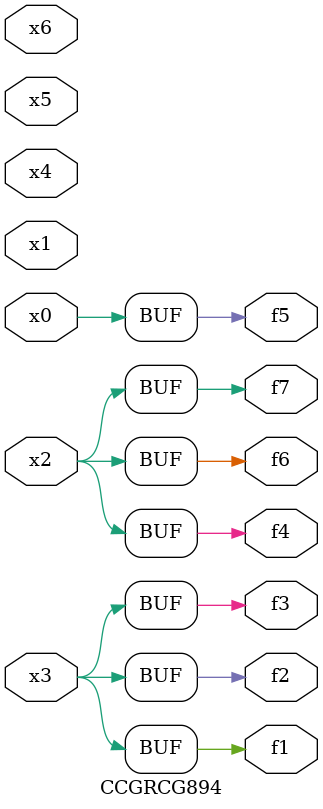
<source format=v>
module CCGRCG894(
	input x0, x1, x2, x3, x4, x5, x6,
	output f1, f2, f3, f4, f5, f6, f7
);
	assign f1 = x3;
	assign f2 = x3;
	assign f3 = x3;
	assign f4 = x2;
	assign f5 = x0;
	assign f6 = x2;
	assign f7 = x2;
endmodule

</source>
